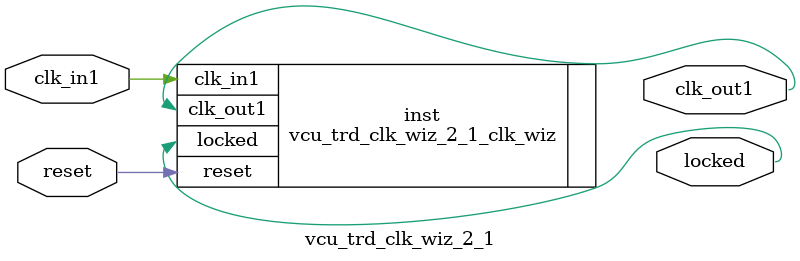
<source format=v>


`timescale 1ps/1ps

(* CORE_GENERATION_INFO = "vcu_trd_clk_wiz_2_1,clk_wiz_v6_0_1_0_0,{component_name=vcu_trd_clk_wiz_2_1,use_phase_alignment=false,use_min_o_jitter=false,use_max_i_jitter=false,use_dyn_phase_shift=false,use_inclk_switchover=false,use_dyn_reconfig=false,enable_axi=0,feedback_source=FDBK_AUTO,PRIMITIVE=MMCM,num_out_clk=1,clkin1_period=10.000,clkin2_period=10.000,use_power_down=false,use_reset=true,use_locked=true,use_inclk_stopped=false,feedback_type=SINGLE,CLOCK_MGR_TYPE=NA,manual_override=false}" *)

module vcu_trd_clk_wiz_2_1 
 (
  // Clock out ports
  output        clk_out1,
  // Status and control signals
  input         reset,
  output        locked,
 // Clock in ports
  input         clk_in1
 );

  vcu_trd_clk_wiz_2_1_clk_wiz inst
  (
  // Clock out ports  
  .clk_out1(clk_out1),
  // Status and control signals               
  .reset(reset), 
  .locked(locked),
 // Clock in ports
  .clk_in1(clk_in1)
  );

endmodule

</source>
